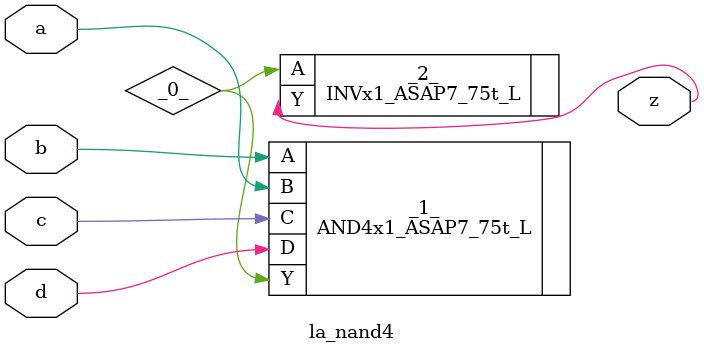
<source format=v>

/* Generated by Yosys 0.44 (git sha1 80ba43d26, g++ 11.4.0-1ubuntu1~22.04 -fPIC -O3) */

(* top =  1  *)
(* src = "generated" *)
module la_nand4 (
    a,
    b,
    c,
    d,
    z
);
  wire _0_;
  (* src = "generated" *)
  input a;
  wire a;
  (* src = "generated" *)
  input b;
  wire b;
  (* src = "generated" *)
  input c;
  wire c;
  (* src = "generated" *)
  input d;
  wire d;
  (* src = "generated" *)
  output z;
  wire z;
  AND4x1_ASAP7_75t_L _1_ (
      .A(b),
      .B(a),
      .C(c),
      .D(d),
      .Y(_0_)
  );
  INVx1_ASAP7_75t_L _2_ (
      .A(_0_),
      .Y(z)
  );
endmodule

</source>
